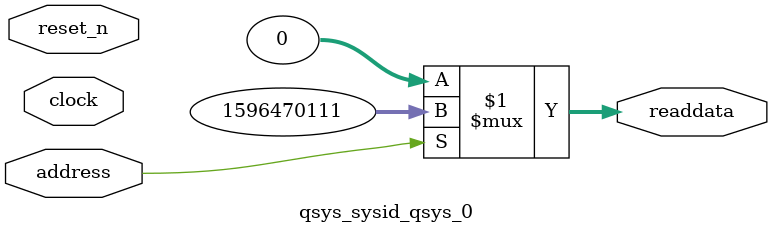
<source format=v>



// synthesis translate_off
`timescale 1ns / 1ps
// synthesis translate_on

// turn off superfluous verilog processor warnings 
// altera message_level Level1 
// altera message_off 10034 10035 10036 10037 10230 10240 10030 

module qsys_sysid_qsys_0 (
               // inputs:
                address,
                clock,
                reset_n,

               // outputs:
                readdata
             )
;

  output  [ 31: 0] readdata;
  input            address;
  input            clock;
  input            reset_n;

  wire    [ 31: 0] readdata;
  //control_slave, which is an e_avalon_slave
  assign readdata = address ? 1596470111 : 0;

endmodule



</source>
